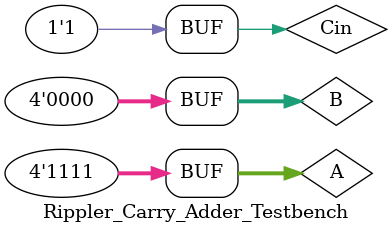
<source format=v>
`timescale 1ns / 1ps


module Rippler_Carry_Adder_Testbench;

	// Inputs
	reg [3:0] A;
	reg [3:0] B;
	reg Cin;

	// Outputs
	wire [3:0] S;
	wire Cout;

	// Instantiate the Unit Under Test (UUT)
	Adder_4_Bit uut (
		.A(A), 
		.B(B), 
		.Cin(Cin), 
		.S(S), 
		.Cout(Cout)
	);

	initial begin
		// Initialize Inputs
		A = 0;
		B = 0;
		Cin = 0;

		// Wait 100 ns for global reset to finish
		//#100;
        
		// Add stimulus here
		A=4'b0000; B=4'b0000; Cin=0; #10
		A=4'b0000; B=4'b0000; Cin=1; #10
		A=4'b0011; B=4'b0001; Cin=0; #10
		A=4'b0010; B=4'b0001; Cin=0; #10
		A=4'b0111; B=4'b0011; Cin=1; #10
		A=4'b1111; B=4'b0000; Cin=1; 
	end
      
endmodule


</source>
